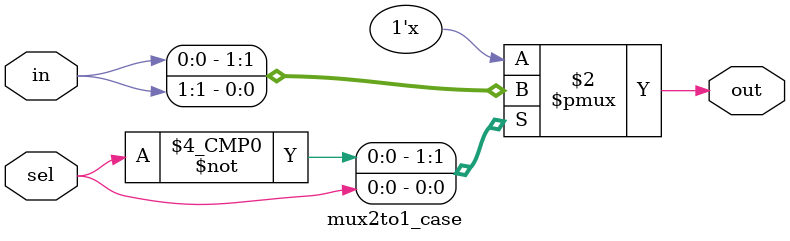
<source format=v>
module mux8to1_case(in, sel, out);
    input [7:0] in;
    input [2:0] sel;
    output out;
    wire out0, out1;

    mux4to1_case m1(in[3:0], sel[1:0], out0);
    mux4to1_case m2(in[7:4], sel[1:0], out1);
    mux2to1_case m3({out1, out0}, sel[2], out);

    /*always @(*)begin
        case(sel[2])
          1'b0: out = out0;
          1'b1: out = out1;
          default: out = 1'bx;
        endcase
    end*/
endmodule

module mux4to1_case(in, sel, out);
    input [3:0] in;
    input [1:0] sel;
    output reg out;
    wire out0, out1;

    mux2to1_case m1(in[1:0], sel[0], out0);
    mux2to1_case m2(in[3:2], sel[0], out1);

    always @(*)begin
        case(sel[1])
          1'b0: out = out0;
          1'b1: out = out1;
          default: out = 1'bx;
        endcase
    end
endmodule

module mux2to1_case(in, sel, out);
    input [1:0] in;
    input sel;
    output reg out;

    always @(*) begin
        case(sel)
            1'b0: out = in[0];
            1'b1: out = in[1];
            default: out = 1'bx;
        endcase
    end
endmodule
</source>
